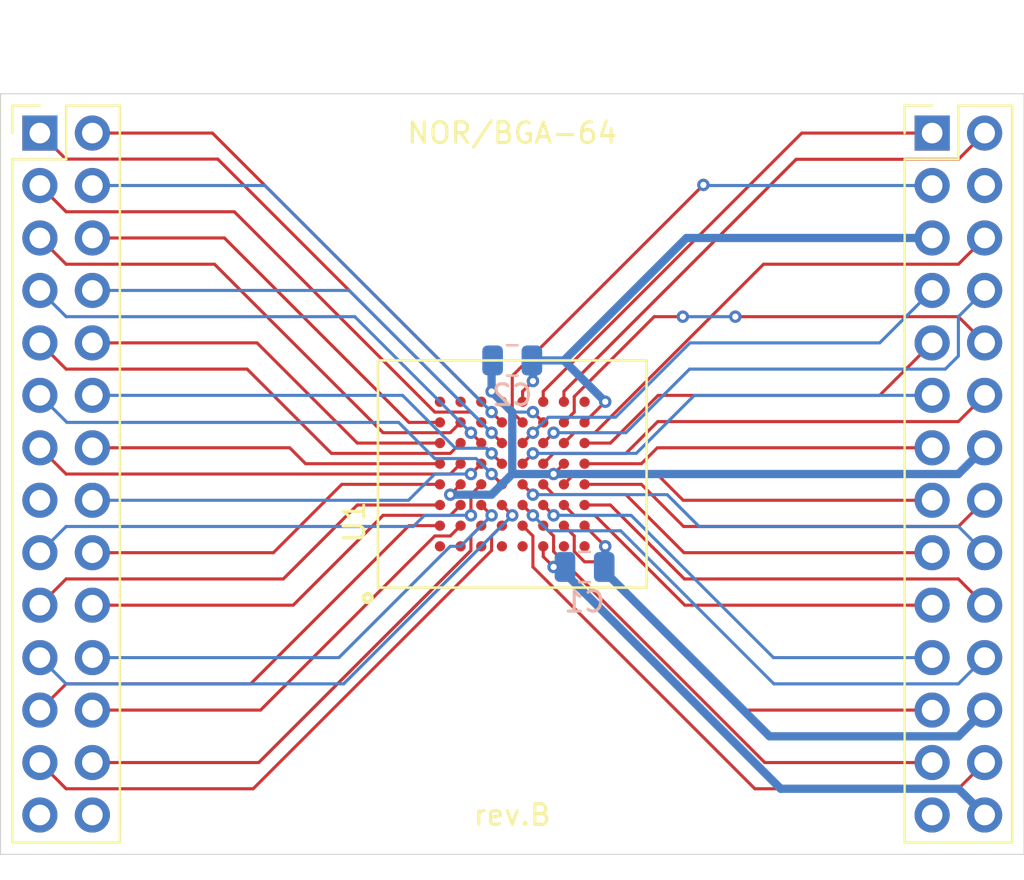
<source format=kicad_pcb>
(kicad_pcb (version 20171130) (host pcbnew "(5.1.8)-1")

  (general
    (thickness 1.6)
    (drawings 7)
    (tracks 268)
    (zones 0)
    (modules 5)
    (nets 50)
  )

  (page A4)
  (layers
    (0 F.Cu signal)
    (31 B.Cu signal)
    (32 B.Adhes user)
    (33 F.Adhes user)
    (34 B.Paste user)
    (35 F.Paste user)
    (36 B.SilkS user)
    (37 F.SilkS user)
    (38 B.Mask user)
    (39 F.Mask user)
    (40 Dwgs.User user)
    (41 Cmts.User user)
    (42 Eco1.User user)
    (43 Eco2.User user)
    (44 Edge.Cuts user)
    (45 Margin user)
    (46 B.CrtYd user)
    (47 F.CrtYd user)
    (48 B.Fab user)
    (49 F.Fab user)
  )

  (setup
    (last_trace_width 0.15)
    (user_trace_width 0.15)
    (user_trace_width 0.2)
    (user_trace_width 0.25)
    (user_trace_width 0.4)
    (trace_clearance 0.15)
    (zone_clearance 0.508)
    (zone_45_only no)
    (trace_min 0.127)
    (via_size 0.6)
    (via_drill 0.3)
    (via_min_size 0.4)
    (via_min_drill 0.3)
    (uvia_size 0.3)
    (uvia_drill 0.1)
    (uvias_allowed no)
    (uvia_min_size 0.2)
    (uvia_min_drill 0.1)
    (edge_width 0.05)
    (segment_width 0.2)
    (pcb_text_width 0.3)
    (pcb_text_size 1.5 1.5)
    (mod_edge_width 0.12)
    (mod_text_size 1 1)
    (mod_text_width 0.15)
    (pad_size 1.524 1.524)
    (pad_drill 0.762)
    (pad_to_mask_clearance 0)
    (aux_axis_origin 0 0)
    (grid_origin 139.7 80.01)
    (visible_elements 7FFFFFFF)
    (pcbplotparams
      (layerselection 0x010fc_ffffffff)
      (usegerberextensions false)
      (usegerberattributes true)
      (usegerberadvancedattributes true)
      (creategerberjobfile true)
      (excludeedgelayer true)
      (linewidth 0.100000)
      (plotframeref false)
      (viasonmask false)
      (mode 1)
      (useauxorigin false)
      (hpglpennumber 1)
      (hpglpenspeed 20)
      (hpglpendiameter 15.000000)
      (psnegative false)
      (psa4output false)
      (plotreference true)
      (plotvalue true)
      (plotinvisibletext false)
      (padsonsilk false)
      (subtractmaskfromsilk false)
      (outputformat 1)
      (mirror false)
      (drillshape 0)
      (scaleselection 1)
      (outputdirectory "Gerbers"))
  )

  (net 0 "")
  (net 1 GND)
  (net 2 +3V3)
  (net 3 A1)
  (net 4 A2)
  (net 5 A3)
  (net 6 A4)
  (net 7 A5)
  (net 8 A6)
  (net 9 A7)
  (net 10 A17)
  (net 11 A18)
  (net 12 R~B)
  (net 13 A21)
  (net 14 ~RST)
  (net 15 ~WE)
  (net 16 A20)
  (net 17 A19)
  (net 18 A8)
  (net 19 A9)
  (net 20 A10)
  (net 21 A11)
  (net 22 A12)
  (net 23 A13)
  (net 24 A14)
  (net 25 A15)
  (net 26 A22)
  (net 27 A23)
  (net 28 ~CE)
  (net 29 A0)
  (net 30 ~OE)
  (net 31 DQ8)
  (net 32 DQ9)
  (net 33 DQ1)
  (net 34 DQ10)
  (net 35 DQ2)
  (net 36 DQ11)
  (net 37 DQ3)
  (net 38 DQ4)
  (net 39 DQ5)
  (net 40 DQ12)
  (net 41 DQ6)
  (net 42 DQ13)
  (net 43 DQ7)
  (net 44 DQ14)
  (net 45 DQ15)
  (net 46 A16)
  (net 47 A24)
  (net 48 A25)
  (net 49 DQ0)

  (net_class Default "This is the default net class."
    (clearance 0.15)
    (trace_width 0.15)
    (via_dia 0.6)
    (via_drill 0.3)
    (uvia_dia 0.3)
    (uvia_drill 0.1)
    (add_net +3V3)
    (add_net A0)
    (add_net A1)
    (add_net A10)
    (add_net A11)
    (add_net A12)
    (add_net A13)
    (add_net A14)
    (add_net A15)
    (add_net A16)
    (add_net A17)
    (add_net A18)
    (add_net A19)
    (add_net A2)
    (add_net A20)
    (add_net A21)
    (add_net A22)
    (add_net A23)
    (add_net A24)
    (add_net A25)
    (add_net A3)
    (add_net A4)
    (add_net A5)
    (add_net A6)
    (add_net A7)
    (add_net A8)
    (add_net A9)
    (add_net DQ0)
    (add_net DQ1)
    (add_net DQ10)
    (add_net DQ11)
    (add_net DQ12)
    (add_net DQ13)
    (add_net DQ14)
    (add_net DQ15)
    (add_net DQ2)
    (add_net DQ3)
    (add_net DQ4)
    (add_net DQ5)
    (add_net DQ6)
    (add_net DQ7)
    (add_net DQ8)
    (add_net DQ9)
    (add_net GND)
    (add_net "Net-(J1-Pad15)")
    (add_net "Net-(J1-Pad27)")
    (add_net "Net-(J1-Pad28)")
    (add_net "Net-(J2-Pad27)")
    (add_net "Net-(J2-Pad4)")
    (add_net R~B)
    (add_net ~CE)
    (add_net ~OE)
    (add_net ~RST)
    (add_net ~WE)
  )

  (module Memory:BGA64C100P8X8_1300X1100X130N (layer F.Cu) (tedit 6027CF0E) (tstamp 611420A9)
    (at 139.7 80.01 90)
    (path /611430BB)
    (fp_text reference U1 (at -2.327295 -7.642525 90) (layer F.SilkS)
      (effects (font (size 1 1) (thickness 0.15)))
    )
    (fp_text value Generic_NOR_BGA64 (at 0 8.5 90) (layer F.Fab)
      (effects (font (size 1 1) (thickness 0.15)))
    )
    (fp_line (start -6.55 7.55) (end -6.55 -7.55) (layer F.CrtYd) (width 0.05))
    (fp_line (start 6.55 7.55) (end -6.55 7.55) (layer F.CrtYd) (width 0.05))
    (fp_line (start 6.55 -7.55) (end 6.55 7.55) (layer F.CrtYd) (width 0.05))
    (fp_line (start -6.55 -7.55) (end 6.55 -7.55) (layer F.CrtYd) (width 0.05))
    (fp_circle (center -6 -7) (end -5.8 -7) (layer F.SilkS) (width 0.2))
    (fp_line (start -5.5 6.5) (end -5.5 -6.5) (layer F.SilkS) (width 0.127))
    (fp_line (start 5.5 6.5) (end -5.5 6.5) (layer F.SilkS) (width 0.127))
    (fp_line (start 5.5 -6.5) (end 5.5 6.5) (layer F.SilkS) (width 0.127))
    (fp_line (start -5.5 -6.5) (end 5.5 -6.5) (layer F.SilkS) (width 0.127))
    (fp_line (start -5.5 6.5) (end -5.5 -6.5) (layer F.Fab) (width 0.127))
    (fp_line (start 5.5 6.5) (end -5.5 6.5) (layer F.Fab) (width 0.127))
    (fp_line (start 5.5 -6.5) (end 5.5 6.5) (layer F.Fab) (width 0.127))
    (fp_line (start -5.5 -6.5) (end 5.5 -6.5) (layer F.Fab) (width 0.127))
    (pad H8 smd circle (at 3.5 3.5 90) (size 0.5 0.5) (layers F.Cu F.Paste F.Mask))
    (pad H7 smd circle (at 2.5 3.5 90) (size 0.5 0.5) (layers F.Cu F.Paste F.Mask)
      (net 1 GND))
    (pad H6 smd circle (at 1.5 3.5 90) (size 0.5 0.5) (layers F.Cu F.Paste F.Mask)
      (net 41 DQ6))
    (pad H5 smd circle (at 0.5 3.5 90) (size 0.5 0.5) (layers F.Cu F.Paste F.Mask)
      (net 38 DQ4))
    (pad H4 smd circle (at -0.5 3.5 90) (size 0.5 0.5) (layers F.Cu F.Paste F.Mask)
      (net 37 DQ3))
    (pad H3 smd circle (at -1.5 3.5 90) (size 0.5 0.5) (layers F.Cu F.Paste F.Mask)
      (net 33 DQ1))
    (pad H2 smd circle (at -2.5 3.5 90) (size 0.5 0.5) (layers F.Cu F.Paste F.Mask)
      (net 1 GND))
    (pad G8 smd circle (at 3.5 2.5 90) (size 0.5 0.5) (layers F.Cu F.Paste F.Mask)
      (net 48 A25))
    (pad G7 smd circle (at 1.5 2.5 90) (size 0.5 0.5) (layers F.Cu F.Paste F.Mask)
      (net 45 DQ15))
    (pad G6 smd circle (at 2.5 2.5 90) (size 0.5 0.5) (layers F.Cu F.Paste F.Mask)
      (net 42 DQ13))
    (pad G5 smd circle (at 0.5 2.5 90) (size 0.5 0.5) (layers F.Cu F.Paste F.Mask)
      (net 2 +3V3))
    (pad G4 smd circle (at -0.5 2.5 90) (size 0.5 0.5) (layers F.Cu F.Paste F.Mask)
      (net 36 DQ11))
    (pad G3 smd circle (at -1.5 2.5 90) (size 0.5 0.5) (layers F.Cu F.Paste F.Mask)
      (net 32 DQ9))
    (pad G2 smd circle (at -2.5 2.5 90) (size 0.5 0.5) (layers F.Cu F.Paste F.Mask)
      (net 30 ~OE))
    (pad F8 smd circle (at 3.5 1.5 90) (size 0.5 0.5) (layers F.Cu F.Paste F.Mask)
      (net 47 A24))
    (pad F7 smd circle (at 2.5 1.5 90) (size 0.5 0.5) (layers F.Cu F.Paste F.Mask)
      (net 2 +3V3))
    (pad F6 smd circle (at 1.5 1.5 90) (size 0.5 0.5) (layers F.Cu F.Paste F.Mask)
      (net 44 DQ14))
    (pad F5 smd circle (at 0.5 1.5 90) (size 0.5 0.5) (layers F.Cu F.Paste F.Mask)
      (net 40 DQ12))
    (pad F4 smd circle (at -0.5 1.5 90) (size 0.5 0.5) (layers F.Cu F.Paste F.Mask)
      (net 34 DQ10))
    (pad F3 smd circle (at -1.5 1.5 90) (size 0.5 0.5) (layers F.Cu F.Paste F.Mask)
      (net 31 DQ8))
    (pad F2 smd circle (at -2.5 1.5 90) (size 0.5 0.5) (layers F.Cu F.Paste F.Mask)
      (net 28 ~CE))
    (pad E8 smd circle (at 3.5 0.5 90) (size 0.5 0.5) (layers F.Cu F.Paste F.Mask)
      (net 1 GND))
    (pad E7 smd circle (at 2.5 0.5 90) (size 0.5 0.5) (layers F.Cu F.Paste F.Mask)
      (net 46 A16))
    (pad E6 smd circle (at 1.5 0.5 90) (size 0.5 0.5) (layers F.Cu F.Paste F.Mask)
      (net 43 DQ7))
    (pad E5 smd circle (at 0.5 0.5 90) (size 0.5 0.5) (layers F.Cu F.Paste F.Mask)
      (net 39 DQ5))
    (pad E4 smd circle (at -0.5 0.5 90) (size 0.5 0.5) (layers F.Cu F.Paste F.Mask)
      (net 35 DQ2))
    (pad E3 smd circle (at -1.5 0.5 90) (size 0.5 0.5) (layers F.Cu F.Paste F.Mask)
      (net 49 DQ0))
    (pad E2 smd circle (at -2.5 0.5 90) (size 0.5 0.5) (layers F.Cu F.Paste F.Mask)
      (net 29 A0))
    (pad D8 smd circle (at 3.5 -0.5 90) (size 0.5 0.5) (layers F.Cu F.Paste F.Mask)
      (net 2 +3V3))
    (pad D7 smd circle (at 2.5 -0.5 90) (size 0.5 0.5) (layers F.Cu F.Paste F.Mask)
      (net 25 A15))
    (pad D6 smd circle (at 1.5 -0.5 90) (size 0.5 0.5) (layers F.Cu F.Paste F.Mask)
      (net 21 A11))
    (pad D5 smd circle (at 0.5 -0.5 90) (size 0.5 0.5) (layers F.Cu F.Paste F.Mask)
      (net 17 A19))
    (pad D4 smd circle (at -0.5 -0.5 90) (size 0.5 0.5) (layers F.Cu F.Paste F.Mask)
      (net 16 A20))
    (pad D3 smd circle (at -1.5 -0.5 90) (size 0.5 0.5) (layers F.Cu F.Paste F.Mask)
      (net 7 A5))
    (pad D2 smd circle (at -2.5 -0.5 90) (size 0.5 0.5) (layers F.Cu F.Paste F.Mask)
      (net 3 A1))
    (pad C8 smd circle (at 3.5 -1.5 90) (size 0.5 0.5) (layers F.Cu F.Paste F.Mask)
      (net 27 A23))
    (pad C7 smd circle (at 2.5 -1.5 90) (size 0.5 0.5) (layers F.Cu F.Paste F.Mask)
      (net 24 A14))
    (pad C6 smd circle (at 1.5 -1.5 90) (size 0.5 0.5) (layers F.Cu F.Paste F.Mask)
      (net 20 A10))
    (pad C5 smd circle (at 0.5 -1.5 90) (size 0.5 0.5) (layers F.Cu F.Paste F.Mask)
      (net 13 A21))
    (pad C4 smd circle (at -0.5 -1.5 90) (size 0.5 0.5) (layers F.Cu F.Paste F.Mask)
      (net 11 A18))
    (pad C3 smd circle (at -1.5 -1.5 90) (size 0.5 0.5) (layers F.Cu F.Paste F.Mask)
      (net 8 A6))
    (pad C2 smd circle (at -2.5 -1.5 90) (size 0.5 0.5) (layers F.Cu F.Paste F.Mask)
      (net 4 A2))
    (pad B8 smd circle (at 3.5 -2.5 90) (size 0.5 0.5) (layers F.Cu F.Paste F.Mask)
      (net 26 A22))
    (pad B7 smd circle (at 2.5 -2.5 90) (size 0.5 0.5) (layers F.Cu F.Paste F.Mask)
      (net 22 A12))
    (pad B6 smd circle (at 1.5 -2.5 90) (size 0.5 0.5) (layers F.Cu F.Paste F.Mask)
      (net 18 A8))
    (pad B5 smd circle (at 0.5 -2.5 90) (size 0.5 0.5) (layers F.Cu F.Paste F.Mask)
      (net 14 ~RST))
    (pad B4 smd circle (at -0.5 -2.5 90) (size 0.5 0.5) (layers F.Cu F.Paste F.Mask)
      (net 2 +3V3))
    (pad B3 smd circle (at -1.5 -2.5 90) (size 0.5 0.5) (layers F.Cu F.Paste F.Mask)
      (net 10 A17))
    (pad B2 smd circle (at -2.5 -2.5 90) (size 0.5 0.5) (layers F.Cu F.Paste F.Mask)
      (net 6 A4))
    (pad H1 smd circle (at -3.5 3.5 90) (size 0.5 0.5) (layers F.Cu F.Paste F.Mask))
    (pad G1 smd circle (at -3.5 2.5 90) (size 0.5 0.5) (layers F.Cu F.Paste F.Mask))
    (pad F1 smd circle (at -3.5 1.5 90) (size 0.5 0.5) (layers F.Cu F.Paste F.Mask)
      (net 2 +3V3))
    (pad E1 smd circle (at -3.5 0.5 90) (size 0.5 0.5) (layers F.Cu F.Paste F.Mask))
    (pad D1 smd circle (at -3.5 -0.5 90) (size 0.5 0.5) (layers F.Cu F.Paste F.Mask))
    (pad C1 smd circle (at -3.5 -1.5 90) (size 0.5 0.5) (layers F.Cu F.Paste F.Mask))
    (pad B1 smd circle (at -3.5 -2.5 90) (size 0.5 0.5) (layers F.Cu F.Paste F.Mask))
    (pad A8 smd circle (at 3.5 -3.5 90) (size 0.5 0.5) (layers F.Cu F.Paste F.Mask))
    (pad A7 smd circle (at 2.5 -3.5 90) (size 0.5 0.5) (layers F.Cu F.Paste F.Mask)
      (net 23 A13))
    (pad A6 smd circle (at 1.5 -3.5 90) (size 0.5 0.5) (layers F.Cu F.Paste F.Mask)
      (net 19 A9))
    (pad A5 smd circle (at 0.5 -3.5 90) (size 0.5 0.5) (layers F.Cu F.Paste F.Mask)
      (net 15 ~WE))
    (pad A4 smd circle (at -0.5 -3.5 90) (size 0.5 0.5) (layers F.Cu F.Paste F.Mask)
      (net 12 R~B))
    (pad A3 smd circle (at -1.5 -3.5 90) (size 0.5 0.5) (layers F.Cu F.Paste F.Mask)
      (net 9 A7))
    (pad A2 smd circle (at -2.5 -3.5 90) (size 0.5 0.5) (layers F.Cu F.Paste F.Mask)
      (net 5 A3))
    (pad A1 smd circle (at -3.5 -3.5 90) (size 0.5 0.5) (layers F.Cu F.Paste F.Mask))
  )

  (module Connector_PinHeader_2.54mm:PinHeader_2x14_P2.54mm_Vertical (layer F.Cu) (tedit 59FED5CC) (tstamp 60308D3D)
    (at 160.02 63.5)
    (descr "Through hole straight pin header, 2x14, 2.54mm pitch, double rows")
    (tags "Through hole pin header THT 2x14 2.54mm double row")
    (path /603FBD94)
    (fp_text reference J2 (at 1.27 -2.33) (layer F.SilkS) hide
      (effects (font (size 1 1) (thickness 0.15)))
    )
    (fp_text value Right (at 1.27 35.35) (layer F.Fab)
      (effects (font (size 1 1) (thickness 0.15)))
    )
    (fp_line (start 4.35 -1.8) (end -1.8 -1.8) (layer F.CrtYd) (width 0.05))
    (fp_line (start 4.35 34.8) (end 4.35 -1.8) (layer F.CrtYd) (width 0.05))
    (fp_line (start -1.8 34.8) (end 4.35 34.8) (layer F.CrtYd) (width 0.05))
    (fp_line (start -1.8 -1.8) (end -1.8 34.8) (layer F.CrtYd) (width 0.05))
    (fp_line (start -1.33 -1.33) (end 0 -1.33) (layer F.SilkS) (width 0.12))
    (fp_line (start -1.33 0) (end -1.33 -1.33) (layer F.SilkS) (width 0.12))
    (fp_line (start 1.27 -1.33) (end 3.87 -1.33) (layer F.SilkS) (width 0.12))
    (fp_line (start 1.27 1.27) (end 1.27 -1.33) (layer F.SilkS) (width 0.12))
    (fp_line (start -1.33 1.27) (end 1.27 1.27) (layer F.SilkS) (width 0.12))
    (fp_line (start 3.87 -1.33) (end 3.87 34.35) (layer F.SilkS) (width 0.12))
    (fp_line (start -1.33 1.27) (end -1.33 34.35) (layer F.SilkS) (width 0.12))
    (fp_line (start -1.33 34.35) (end 3.87 34.35) (layer F.SilkS) (width 0.12))
    (fp_line (start -1.27 0) (end 0 -1.27) (layer F.Fab) (width 0.1))
    (fp_line (start -1.27 34.29) (end -1.27 0) (layer F.Fab) (width 0.1))
    (fp_line (start 3.81 34.29) (end -1.27 34.29) (layer F.Fab) (width 0.1))
    (fp_line (start 3.81 -1.27) (end 3.81 34.29) (layer F.Fab) (width 0.1))
    (fp_line (start 0 -1.27) (end 3.81 -1.27) (layer F.Fab) (width 0.1))
    (fp_text user %R (at 1.27 16.51 90) (layer F.Fab)
      (effects (font (size 1 1) (thickness 0.15)))
    )
    (pad 28 thru_hole oval (at 2.54 33.02) (size 1.7 1.7) (drill 1) (layers *.Cu *.Mask)
      (net 2 +3V3))
    (pad 27 thru_hole oval (at 0 33.02) (size 1.7 1.7) (drill 1) (layers *.Cu *.Mask))
    (pad 26 thru_hole oval (at 2.54 30.48) (size 1.7 1.7) (drill 1) (layers *.Cu *.Mask)
      (net 29 A0))
    (pad 25 thru_hole oval (at 0 30.48) (size 1.7 1.7) (drill 1) (layers *.Cu *.Mask)
      (net 28 ~CE))
    (pad 24 thru_hole oval (at 2.54 27.94) (size 1.7 1.7) (drill 1) (layers *.Cu *.Mask)
      (net 1 GND))
    (pad 23 thru_hole oval (at 0 27.94) (size 1.7 1.7) (drill 1) (layers *.Cu *.Mask)
      (net 30 ~OE))
    (pad 22 thru_hole oval (at 2.54 25.4) (size 1.7 1.7) (drill 1) (layers *.Cu *.Mask)
      (net 49 DQ0))
    (pad 21 thru_hole oval (at 0 25.4) (size 1.7 1.7) (drill 1) (layers *.Cu *.Mask)
      (net 31 DQ8))
    (pad 20 thru_hole oval (at 2.54 22.86) (size 1.7 1.7) (drill 1) (layers *.Cu *.Mask)
      (net 33 DQ1))
    (pad 19 thru_hole oval (at 0 22.86) (size 1.7 1.7) (drill 1) (layers *.Cu *.Mask)
      (net 32 DQ9))
    (pad 18 thru_hole oval (at 2.54 20.32) (size 1.7 1.7) (drill 1) (layers *.Cu *.Mask)
      (net 35 DQ2))
    (pad 17 thru_hole oval (at 0 20.32) (size 1.7 1.7) (drill 1) (layers *.Cu *.Mask)
      (net 34 DQ10))
    (pad 16 thru_hole oval (at 2.54 17.78) (size 1.7 1.7) (drill 1) (layers *.Cu *.Mask)
      (net 37 DQ3))
    (pad 15 thru_hole oval (at 0 17.78) (size 1.7 1.7) (drill 1) (layers *.Cu *.Mask)
      (net 36 DQ11))
    (pad 14 thru_hole oval (at 2.54 15.24) (size 1.7 1.7) (drill 1) (layers *.Cu *.Mask)
      (net 2 +3V3))
    (pad 13 thru_hole oval (at 0 15.24) (size 1.7 1.7) (drill 1) (layers *.Cu *.Mask)
      (net 38 DQ4))
    (pad 12 thru_hole oval (at 2.54 12.7) (size 1.7 1.7) (drill 1) (layers *.Cu *.Mask)
      (net 40 DQ12))
    (pad 11 thru_hole oval (at 0 12.7) (size 1.7 1.7) (drill 1) (layers *.Cu *.Mask)
      (net 39 DQ5))
    (pad 10 thru_hole oval (at 2.54 10.16) (size 1.7 1.7) (drill 1) (layers *.Cu *.Mask)
      (net 42 DQ13))
    (pad 9 thru_hole oval (at 0 10.16) (size 1.7 1.7) (drill 1) (layers *.Cu *.Mask)
      (net 41 DQ6))
    (pad 8 thru_hole oval (at 2.54 7.62) (size 1.7 1.7) (drill 1) (layers *.Cu *.Mask)
      (net 44 DQ14))
    (pad 7 thru_hole oval (at 0 7.62) (size 1.7 1.7) (drill 1) (layers *.Cu *.Mask)
      (net 43 DQ7))
    (pad 6 thru_hole oval (at 2.54 5.08) (size 1.7 1.7) (drill 1) (layers *.Cu *.Mask)
      (net 45 DQ15))
    (pad 5 thru_hole oval (at 0 5.08) (size 1.7 1.7) (drill 1) (layers *.Cu *.Mask)
      (net 1 GND))
    (pad 4 thru_hole oval (at 2.54 2.54) (size 1.7 1.7) (drill 1) (layers *.Cu *.Mask))
    (pad 3 thru_hole oval (at 0 2.54) (size 1.7 1.7) (drill 1) (layers *.Cu *.Mask)
      (net 46 A16))
    (pad 2 thru_hole oval (at 2.54 0) (size 1.7 1.7) (drill 1) (layers *.Cu *.Mask)
      (net 48 A25))
    (pad 1 thru_hole rect (at 0 0) (size 1.7 1.7) (drill 1) (layers *.Cu *.Mask)
      (net 47 A24))
    (model ${KISYS3DMOD}/Connector_PinHeader_2.54mm.3dshapes/PinHeader_2x14_P2.54mm_Vertical.wrl
      (at (xyz 0 0 0))
      (scale (xyz 1 1 1))
      (rotate (xyz 0 0 0))
    )
  )

  (module Connector_PinHeader_2.54mm:PinHeader_2x14_P2.54mm_Vertical (layer F.Cu) (tedit 59FED5CC) (tstamp 60307E83)
    (at 116.84 63.5)
    (descr "Through hole straight pin header, 2x14, 2.54mm pitch, double rows")
    (tags "Through hole pin header THT 2x14 2.54mm double row")
    (path /603FAC19)
    (fp_text reference J1 (at 1.27 -2.33) (layer F.SilkS) hide
      (effects (font (size 1 1) (thickness 0.15)))
    )
    (fp_text value Left (at 1.27 35.35) (layer F.Fab)
      (effects (font (size 1 1) (thickness 0.15)))
    )
    (fp_line (start 4.35 -1.8) (end -1.8 -1.8) (layer F.CrtYd) (width 0.05))
    (fp_line (start 4.35 34.8) (end 4.35 -1.8) (layer F.CrtYd) (width 0.05))
    (fp_line (start -1.8 34.8) (end 4.35 34.8) (layer F.CrtYd) (width 0.05))
    (fp_line (start -1.8 -1.8) (end -1.8 34.8) (layer F.CrtYd) (width 0.05))
    (fp_line (start -1.33 -1.33) (end 0 -1.33) (layer F.SilkS) (width 0.12))
    (fp_line (start -1.33 0) (end -1.33 -1.33) (layer F.SilkS) (width 0.12))
    (fp_line (start 1.27 -1.33) (end 3.87 -1.33) (layer F.SilkS) (width 0.12))
    (fp_line (start 1.27 1.27) (end 1.27 -1.33) (layer F.SilkS) (width 0.12))
    (fp_line (start -1.33 1.27) (end 1.27 1.27) (layer F.SilkS) (width 0.12))
    (fp_line (start 3.87 -1.33) (end 3.87 34.35) (layer F.SilkS) (width 0.12))
    (fp_line (start -1.33 1.27) (end -1.33 34.35) (layer F.SilkS) (width 0.12))
    (fp_line (start -1.33 34.35) (end 3.87 34.35) (layer F.SilkS) (width 0.12))
    (fp_line (start -1.27 0) (end 0 -1.27) (layer F.Fab) (width 0.1))
    (fp_line (start -1.27 34.29) (end -1.27 0) (layer F.Fab) (width 0.1))
    (fp_line (start 3.81 34.29) (end -1.27 34.29) (layer F.Fab) (width 0.1))
    (fp_line (start 3.81 -1.27) (end 3.81 34.29) (layer F.Fab) (width 0.1))
    (fp_line (start 0 -1.27) (end 3.81 -1.27) (layer F.Fab) (width 0.1))
    (fp_text user %R (at 1.27 16.51 90) (layer F.Fab)
      (effects (font (size 1 1) (thickness 0.15)))
    )
    (pad 28 thru_hole oval (at 2.54 33.02) (size 1.7 1.7) (drill 1) (layers *.Cu *.Mask))
    (pad 27 thru_hole oval (at 0 33.02) (size 1.7 1.7) (drill 1) (layers *.Cu *.Mask))
    (pad 26 thru_hole oval (at 2.54 30.48) (size 1.7 1.7) (drill 1) (layers *.Cu *.Mask)
      (net 4 A2))
    (pad 25 thru_hole oval (at 0 30.48) (size 1.7 1.7) (drill 1) (layers *.Cu *.Mask)
      (net 3 A1))
    (pad 24 thru_hole oval (at 2.54 27.94) (size 1.7 1.7) (drill 1) (layers *.Cu *.Mask)
      (net 6 A4))
    (pad 23 thru_hole oval (at 0 27.94) (size 1.7 1.7) (drill 1) (layers *.Cu *.Mask)
      (net 5 A3))
    (pad 22 thru_hole oval (at 2.54 25.4) (size 1.7 1.7) (drill 1) (layers *.Cu *.Mask)
      (net 8 A6))
    (pad 21 thru_hole oval (at 0 25.4) (size 1.7 1.7) (drill 1) (layers *.Cu *.Mask)
      (net 7 A5))
    (pad 20 thru_hole oval (at 2.54 22.86) (size 1.7 1.7) (drill 1) (layers *.Cu *.Mask)
      (net 10 A17))
    (pad 19 thru_hole oval (at 0 22.86) (size 1.7 1.7) (drill 1) (layers *.Cu *.Mask)
      (net 9 A7))
    (pad 18 thru_hole oval (at 2.54 20.32) (size 1.7 1.7) (drill 1) (layers *.Cu *.Mask)
      (net 12 R~B))
    (pad 17 thru_hole oval (at 0 20.32) (size 1.7 1.7) (drill 1) (layers *.Cu *.Mask)
      (net 11 A18))
    (pad 16 thru_hole oval (at 2.54 17.78) (size 1.7 1.7) (drill 1) (layers *.Cu *.Mask)
      (net 13 A21))
    (pad 15 thru_hole oval (at 0 17.78) (size 1.7 1.7) (drill 1) (layers *.Cu *.Mask))
    (pad 14 thru_hole oval (at 2.54 15.24) (size 1.7 1.7) (drill 1) (layers *.Cu *.Mask)
      (net 15 ~WE))
    (pad 13 thru_hole oval (at 0 15.24) (size 1.7 1.7) (drill 1) (layers *.Cu *.Mask)
      (net 14 ~RST))
    (pad 12 thru_hole oval (at 2.54 12.7) (size 1.7 1.7) (drill 1) (layers *.Cu *.Mask)
      (net 17 A19))
    (pad 11 thru_hole oval (at 0 12.7) (size 1.7 1.7) (drill 1) (layers *.Cu *.Mask)
      (net 16 A20))
    (pad 10 thru_hole oval (at 2.54 10.16) (size 1.7 1.7) (drill 1) (layers *.Cu *.Mask)
      (net 19 A9))
    (pad 9 thru_hole oval (at 0 10.16) (size 1.7 1.7) (drill 1) (layers *.Cu *.Mask)
      (net 18 A8))
    (pad 8 thru_hole oval (at 2.54 7.62) (size 1.7 1.7) (drill 1) (layers *.Cu *.Mask)
      (net 21 A11))
    (pad 7 thru_hole oval (at 0 7.62) (size 1.7 1.7) (drill 1) (layers *.Cu *.Mask)
      (net 20 A10))
    (pad 6 thru_hole oval (at 2.54 5.08) (size 1.7 1.7) (drill 1) (layers *.Cu *.Mask)
      (net 23 A13))
    (pad 5 thru_hole oval (at 0 5.08) (size 1.7 1.7) (drill 1) (layers *.Cu *.Mask)
      (net 22 A12))
    (pad 4 thru_hole oval (at 2.54 2.54) (size 1.7 1.7) (drill 1) (layers *.Cu *.Mask)
      (net 25 A15))
    (pad 3 thru_hole oval (at 0 2.54) (size 1.7 1.7) (drill 1) (layers *.Cu *.Mask)
      (net 24 A14))
    (pad 2 thru_hole oval (at 2.54 0) (size 1.7 1.7) (drill 1) (layers *.Cu *.Mask)
      (net 27 A23))
    (pad 1 thru_hole rect (at 0 0) (size 1.7 1.7) (drill 1) (layers *.Cu *.Mask)
      (net 26 A22))
    (model ${KISYS3DMOD}/Connector_PinHeader_2.54mm.3dshapes/PinHeader_2x14_P2.54mm_Vertical.wrl
      (at (xyz 0 0 0))
      (scale (xyz 1 1 1))
      (rotate (xyz 0 0 0))
    )
  )

  (module Capacitor_SMD:C_0805_2012Metric (layer B.Cu) (tedit 5F68FEEE) (tstamp 6030C0CF)
    (at 139.7 74.51)
    (descr "Capacitor SMD 0805 (2012 Metric), square (rectangular) end terminal, IPC_7351 nominal, (Body size source: IPC-SM-782 page 76, https://www.pcb-3d.com/wordpress/wp-content/uploads/ipc-sm-782a_amendment_1_and_2.pdf, https://docs.google.com/spreadsheets/d/1BsfQQcO9C6DZCsRaXUlFlo91Tg2WpOkGARC1WS5S8t0/edit?usp=sharing), generated with kicad-footprint-generator")
    (tags capacitor)
    (path /603FEBD7)
    (attr smd)
    (fp_text reference C2 (at 0 1.68) (layer B.SilkS)
      (effects (font (size 1 1) (thickness 0.15)) (justify mirror))
    )
    (fp_text value 100n (at 0 -1.68) (layer B.Fab)
      (effects (font (size 1 1) (thickness 0.15)) (justify mirror))
    )
    (fp_line (start 1.7 -0.98) (end -1.7 -0.98) (layer B.CrtYd) (width 0.05))
    (fp_line (start 1.7 0.98) (end 1.7 -0.98) (layer B.CrtYd) (width 0.05))
    (fp_line (start -1.7 0.98) (end 1.7 0.98) (layer B.CrtYd) (width 0.05))
    (fp_line (start -1.7 -0.98) (end -1.7 0.98) (layer B.CrtYd) (width 0.05))
    (fp_line (start -0.261252 -0.735) (end 0.261252 -0.735) (layer B.SilkS) (width 0.12))
    (fp_line (start -0.261252 0.735) (end 0.261252 0.735) (layer B.SilkS) (width 0.12))
    (fp_line (start 1 -0.625) (end -1 -0.625) (layer B.Fab) (width 0.1))
    (fp_line (start 1 0.625) (end 1 -0.625) (layer B.Fab) (width 0.1))
    (fp_line (start -1 0.625) (end 1 0.625) (layer B.Fab) (width 0.1))
    (fp_line (start -1 -0.625) (end -1 0.625) (layer B.Fab) (width 0.1))
    (fp_text user %R (at 0 0) (layer B.Fab)
      (effects (font (size 0.5 0.5) (thickness 0.08)) (justify mirror))
    )
    (pad 2 smd roundrect (at 0.95 0) (size 1 1.45) (layers B.Cu B.Paste B.Mask) (roundrect_rratio 0.25)
      (net 1 GND))
    (pad 1 smd roundrect (at -0.95 0) (size 1 1.45) (layers B.Cu B.Paste B.Mask) (roundrect_rratio 0.25)
      (net 2 +3V3))
    (model ${KISYS3DMOD}/Capacitor_SMD.3dshapes/C_0805_2012Metric.wrl
      (at (xyz 0 0 0))
      (scale (xyz 1 1 1))
      (rotate (xyz 0 0 0))
    )
  )

  (module Capacitor_SMD:C_0805_2012Metric (layer B.Cu) (tedit 5F68FEEE) (tstamp 6030CE7A)
    (at 143.2 84.51)
    (descr "Capacitor SMD 0805 (2012 Metric), square (rectangular) end terminal, IPC_7351 nominal, (Body size source: IPC-SM-782 page 76, https://www.pcb-3d.com/wordpress/wp-content/uploads/ipc-sm-782a_amendment_1_and_2.pdf, https://docs.google.com/spreadsheets/d/1BsfQQcO9C6DZCsRaXUlFlo91Tg2WpOkGARC1WS5S8t0/edit?usp=sharing), generated with kicad-footprint-generator")
    (tags capacitor)
    (path /603FE8B2)
    (attr smd)
    (fp_text reference C1 (at 0 1.68) (layer B.SilkS)
      (effects (font (size 1 1) (thickness 0.15)) (justify mirror))
    )
    (fp_text value 100n (at 0 -1.68) (layer B.Fab)
      (effects (font (size 1 1) (thickness 0.15)) (justify mirror))
    )
    (fp_line (start 1.7 -0.98) (end -1.7 -0.98) (layer B.CrtYd) (width 0.05))
    (fp_line (start 1.7 0.98) (end 1.7 -0.98) (layer B.CrtYd) (width 0.05))
    (fp_line (start -1.7 0.98) (end 1.7 0.98) (layer B.CrtYd) (width 0.05))
    (fp_line (start -1.7 -0.98) (end -1.7 0.98) (layer B.CrtYd) (width 0.05))
    (fp_line (start -0.261252 -0.735) (end 0.261252 -0.735) (layer B.SilkS) (width 0.12))
    (fp_line (start -0.261252 0.735) (end 0.261252 0.735) (layer B.SilkS) (width 0.12))
    (fp_line (start 1 -0.625) (end -1 -0.625) (layer B.Fab) (width 0.1))
    (fp_line (start 1 0.625) (end 1 -0.625) (layer B.Fab) (width 0.1))
    (fp_line (start -1 0.625) (end 1 0.625) (layer B.Fab) (width 0.1))
    (fp_line (start -1 -0.625) (end -1 0.625) (layer B.Fab) (width 0.1))
    (fp_text user %R (at 0 0) (layer B.Fab)
      (effects (font (size 0.5 0.5) (thickness 0.08)) (justify mirror))
    )
    (pad 2 smd roundrect (at 0.95 0) (size 1 1.45) (layers B.Cu B.Paste B.Mask) (roundrect_rratio 0.25)
      (net 1 GND))
    (pad 1 smd roundrect (at -0.95 0) (size 1 1.45) (layers B.Cu B.Paste B.Mask) (roundrect_rratio 0.25)
      (net 2 +3V3))
    (model ${KISYS3DMOD}/Capacitor_SMD.3dshapes/C_0805_2012Metric.wrl
      (at (xyz 0 0 0))
      (scale (xyz 1 1 1))
      (rotate (xyz 0 0 0))
    )
  )

  (gr_text rev.B (at 139.7 96.52) (layer F.SilkS)
    (effects (font (size 1 1) (thickness 0.15)))
  )
  (gr_text NOR/BGA-64 (at 139.7 63.5) (layer F.SilkS)
    (effects (font (size 1 1) (thickness 0.15)))
  )
  (dimension 45.72 (width 0.15) (layer Dwgs.User)
    (gr_text "1.8000 in" (at 139.7 57.755) (layer Dwgs.User)
      (effects (font (size 1 1) (thickness 0.15)))
    )
    (feature1 (pts (xy 162.56 63.5) (xy 162.56 58.468579)))
    (feature2 (pts (xy 116.84 63.5) (xy 116.84 58.468579)))
    (crossbar (pts (xy 116.84 59.055) (xy 162.56 59.055)))
    (arrow1a (pts (xy 162.56 59.055) (xy 161.433496 59.641421)))
    (arrow1b (pts (xy 162.56 59.055) (xy 161.433496 58.468579)))
    (arrow2a (pts (xy 116.84 59.055) (xy 117.966504 59.641421)))
    (arrow2b (pts (xy 116.84 59.055) (xy 117.966504 58.468579)))
  )
  (gr_line (start 164.465 61.595) (end 114.935 61.595) (layer Edge.Cuts) (width 0.05) (tstamp 60309BC5))
  (gr_line (start 164.465 98.425) (end 164.465 61.595) (layer Edge.Cuts) (width 0.05))
  (gr_line (start 114.935 98.425) (end 164.465 98.425) (layer Edge.Cuts) (width 0.05))
  (gr_line (start 114.935 61.595) (end 114.935 98.425) (layer Edge.Cuts) (width 0.05))

  (via (at 140.7 75.51) (size 0.6) (drill 0.3) (layers F.Cu B.Cu) (net 1))
  (segment (start 140.2 76.01) (end 140.7 75.51) (width 0.15) (layer F.Cu) (net 1))
  (segment (start 140.2 76.51) (end 140.2 76.01) (width 0.15) (layer F.Cu) (net 1))
  (via (at 144.200014 76.51) (size 0.6) (drill 0.3) (layers F.Cu B.Cu) (net 1))
  (segment (start 143.2 77.51) (end 144.2 76.51) (width 0.15) (layer F.Cu) (net 1))
  (segment (start 144.2 76.51) (end 144.200014 76.51) (width 0.15) (layer F.Cu) (net 1))
  (segment (start 140.7 74.56) (end 140.65 74.51) (width 0.4) (layer B.Cu) (net 1))
  (segment (start 140.7 75.51) (end 140.7 74.56) (width 0.4) (layer B.Cu) (net 1))
  (segment (start 142.200014 74.51) (end 144.200014 76.51) (width 0.4) (layer B.Cu) (net 1))
  (segment (start 140.65 74.51) (end 142.200014 74.51) (width 0.4) (layer B.Cu) (net 1))
  (segment (start 148.130014 68.58) (end 142.200014 74.51) (width 0.4) (layer B.Cu) (net 1))
  (segment (start 160.02 68.58) (end 148.130014 68.58) (width 0.4) (layer B.Cu) (net 1))
  (via (at 144.2 83.51) (size 0.6) (drill 0.3) (layers F.Cu B.Cu) (net 1))
  (segment (start 143.2 82.51) (end 144.2 83.51) (width 0.15) (layer F.Cu) (net 1))
  (segment (start 144.2 84.76) (end 144.2 83.51) (width 0.4) (layer B.Cu) (net 1))
  (segment (start 152.15 92.71) (end 144.2 84.76) (width 0.4) (layer B.Cu) (net 1))
  (segment (start 161.29 92.71) (end 152.15 92.71) (width 0.4) (layer B.Cu) (net 1))
  (segment (start 162.56 91.44) (end 161.29 92.71) (width 0.4) (layer B.Cu) (net 1))
  (via (at 141.7 80.01) (size 0.6) (drill 0.3) (layers F.Cu B.Cu) (net 2))
  (segment (start 142.2 79.51) (end 141.7 80.01) (width 0.15) (layer F.Cu) (net 2))
  (segment (start 141.7 80.01) (end 139.7 80.01) (width 0.4) (layer B.Cu) (net 2))
  (segment (start 139.7 80.01) (end 139.7 77.01) (width 0.4) (layer B.Cu) (net 2))
  (via (at 136.7 81.01) (size 0.6) (drill 0.3) (layers F.Cu B.Cu) (net 2))
  (segment (start 137.2 80.51) (end 136.7 81.01) (width 0.15) (layer F.Cu) (net 2))
  (via (at 138.7 76.010004) (size 0.6) (drill 0.3) (layers F.Cu B.Cu) (net 2))
  (segment (start 139.2 76.51) (end 138.700004 76.010004) (width 0.15) (layer F.Cu) (net 2))
  (segment (start 138.700004 76.010004) (end 138.7 76.010004) (width 0.15) (layer F.Cu) (net 2))
  (segment (start 139.7 77.01) (end 138.700004 76.010004) (width 0.4) (layer B.Cu) (net 2))
  (segment (start 138.700004 76.010004) (end 138.7 76.010004) (width 0.25) (layer B.Cu) (net 2))
  (segment (start 138.7 74.56) (end 138.7 76.010004) (width 0.4) (layer B.Cu) (net 2))
  (segment (start 138.75 74.51) (end 138.7 74.56) (width 0.25) (layer B.Cu) (net 2))
  (segment (start 139.7 77.01) (end 140.7 77.01) (width 0.15) (layer B.Cu) (net 2))
  (segment (start 141.2 77.51) (end 140.7 77.01) (width 0.15) (layer F.Cu) (net 2))
  (via (at 140.7 77.01) (size 0.6) (drill 0.3) (layers F.Cu B.Cu) (net 2))
  (segment (start 161.29 80.01) (end 162.56 78.74) (width 0.4) (layer B.Cu) (net 2))
  (segment (start 141.7 80.01) (end 161.29 80.01) (width 0.4) (layer B.Cu) (net 2))
  (segment (start 138.7 81.01) (end 139.7 80.01) (width 0.4) (layer B.Cu) (net 2))
  (segment (start 136.7 81.01) (end 138.7 81.01) (width 0.4) (layer B.Cu) (net 2))
  (via (at 141.7 84.51) (size 0.6) (drill 0.3) (layers F.Cu B.Cu) (net 2))
  (segment (start 141.2 83.51) (end 141.2 84.01) (width 0.15) (layer F.Cu) (net 2))
  (segment (start 141.2 84.01) (end 141.7 84.51) (width 0.15) (layer F.Cu) (net 2))
  (segment (start 152.69 95.25) (end 141.95 84.51) (width 0.4) (layer B.Cu) (net 2))
  (segment (start 161.29 95.25) (end 152.69 95.25) (width 0.4) (layer B.Cu) (net 2))
  (segment (start 141.95 84.51) (end 141.7 84.51) (width 0.4) (layer B.Cu) (net 2))
  (segment (start 162.56 96.52) (end 161.29 95.25) (width 0.4) (layer B.Cu) (net 2))
  (segment (start 118.11 95.25) (end 116.84 93.98) (width 0.15) (layer F.Cu) (net 3))
  (segment (start 127.163002 95.25) (end 118.11 95.25) (width 0.15) (layer F.Cu) (net 3))
  (segment (start 138.7 83.713002) (end 127.163002 95.25) (width 0.15) (layer F.Cu) (net 3))
  (segment (start 138.7 83.01) (end 138.7 83.713002) (width 0.15) (layer F.Cu) (net 3))
  (segment (start 139.2 82.51) (end 138.7 83.01) (width 0.15) (layer F.Cu) (net 3))
  (segment (start 127.433002 93.98) (end 119.38 93.98) (width 0.15) (layer F.Cu) (net 4))
  (segment (start 137.7 83.713002) (end 127.433002 93.98) (width 0.15) (layer F.Cu) (net 4))
  (segment (start 137.7 83.01) (end 137.7 83.713002) (width 0.15) (layer F.Cu) (net 4))
  (segment (start 138.2 82.51) (end 137.7 83.01) (width 0.15) (layer F.Cu) (net 4))
  (segment (start 118.11 90.17) (end 116.84 91.44) (width 0.15) (layer F.Cu) (net 5))
  (segment (start 127.04 90.17) (end 118.11 90.17) (width 0.15) (layer F.Cu) (net 5))
  (segment (start 134.7 82.51) (end 127.04 90.17) (width 0.15) (layer F.Cu) (net 5))
  (segment (start 136.2 82.51) (end 134.7 82.51) (width 0.15) (layer F.Cu) (net 5))
  (segment (start 127.52 91.44) (end 119.38 91.44) (width 0.15) (layer F.Cu) (net 6))
  (segment (start 135.95 83.01) (end 127.52 91.44) (width 0.15) (layer F.Cu) (net 6))
  (segment (start 136.7 83.01) (end 135.95 83.01) (width 0.15) (layer F.Cu) (net 6))
  (segment (start 137.2 82.51) (end 136.7 83.01) (width 0.15) (layer F.Cu) (net 6))
  (via (at 139.7 82.01) (size 0.6) (drill 0.3) (layers F.Cu B.Cu) (net 7))
  (segment (start 139.2 81.51) (end 139.7 82.01) (width 0.15) (layer F.Cu) (net 7))
  (segment (start 118.11 90.17) (end 116.84 88.9) (width 0.15) (layer B.Cu) (net 7))
  (segment (start 131.54 90.17) (end 118.11 90.17) (width 0.15) (layer B.Cu) (net 7))
  (segment (start 139.7 82.01) (end 131.54 90.17) (width 0.15) (layer B.Cu) (net 7))
  (via (at 138.7 82.01) (size 0.6) (drill 0.3) (layers F.Cu B.Cu) (net 8))
  (segment (start 138.2 81.51) (end 138.7 82.01) (width 0.15) (layer F.Cu) (net 8))
  (segment (start 131.31 88.9) (end 119.38 88.9) (width 0.15) (layer B.Cu) (net 8))
  (segment (start 136.7 83.51) (end 131.31 88.9) (width 0.15) (layer B.Cu) (net 8))
  (segment (start 137.2 83.51) (end 136.7 83.51) (width 0.15) (layer B.Cu) (net 8))
  (segment (start 138.7 82.01) (end 137.2 83.51) (width 0.15) (layer B.Cu) (net 8))
  (segment (start 118.11 85.09) (end 116.84 86.36) (width 0.15) (layer F.Cu) (net 9))
  (segment (start 128.62 85.09) (end 118.11 85.09) (width 0.15) (layer F.Cu) (net 9))
  (segment (start 132.2 81.51) (end 128.62 85.09) (width 0.15) (layer F.Cu) (net 9))
  (segment (start 136.2 81.51) (end 132.2 81.51) (width 0.15) (layer F.Cu) (net 9))
  (segment (start 129.1 86.36) (end 119.38 86.36) (width 0.15) (layer F.Cu) (net 10))
  (segment (start 133.45 82.01) (end 129.1 86.36) (width 0.15) (layer F.Cu) (net 10))
  (segment (start 136.7 82.01) (end 133.45 82.01) (width 0.15) (layer F.Cu) (net 10))
  (segment (start 137.2 81.51) (end 136.7 82.01) (width 0.15) (layer F.Cu) (net 10))
  (segment (start 137.7 81.01) (end 137.7 82.01) (width 0.15) (layer F.Cu) (net 11))
  (via (at 137.7 82.01) (size 0.6) (drill 0.3) (layers F.Cu B.Cu) (net 11))
  (segment (start 138.2 80.51) (end 137.7 81.01) (width 0.15) (layer F.Cu) (net 11))
  (segment (start 135.45 82.01) (end 137.7 82.01) (width 0.15) (layer B.Cu) (net 11))
  (segment (start 134.91 82.55) (end 135.45 82.01) (width 0.15) (layer B.Cu) (net 11))
  (segment (start 118.11 82.55) (end 134.91 82.55) (width 0.15) (layer B.Cu) (net 11))
  (segment (start 116.84 83.82) (end 118.11 82.55) (width 0.15) (layer B.Cu) (net 11))
  (segment (start 128.14 83.82) (end 119.38 83.82) (width 0.15) (layer F.Cu) (net 12))
  (segment (start 131.45 80.51) (end 128.14 83.82) (width 0.15) (layer F.Cu) (net 12))
  (segment (start 136.2 80.51) (end 131.45 80.51) (width 0.15) (layer F.Cu) (net 12))
  (segment (start 138.2 79.51) (end 137.7 80.01) (width 0.15) (layer F.Cu) (net 13))
  (via (at 137.7 80.01) (size 0.6) (drill 0.3) (layers F.Cu B.Cu) (net 13))
  (segment (start 135.95 80.01) (end 134.68 81.28) (width 0.15) (layer B.Cu) (net 13))
  (segment (start 134.68 81.28) (end 119.38 81.28) (width 0.15) (layer B.Cu) (net 13))
  (segment (start 137.7 80.01) (end 135.95 80.01) (width 0.15) (layer B.Cu) (net 13))
  (segment (start 118.11 80.01) (end 116.84 78.74) (width 0.15) (layer F.Cu) (net 14))
  (segment (start 136.7 80.01) (end 118.11 80.01) (width 0.15) (layer F.Cu) (net 14))
  (segment (start 137.2 79.51) (end 136.7 80.01) (width 0.15) (layer F.Cu) (net 14))
  (segment (start 128.93 78.74) (end 119.38 78.74) (width 0.15) (layer F.Cu) (net 15))
  (segment (start 129.7 79.51) (end 128.93 78.74) (width 0.15) (layer F.Cu) (net 15))
  (segment (start 136.2 79.51) (end 129.7 79.51) (width 0.15) (layer F.Cu) (net 15))
  (via (at 138.7 80.01) (size 0.6) (drill 0.3) (layers F.Cu B.Cu) (net 16))
  (segment (start 139.2 80.51) (end 138.7 80.01) (width 0.15) (layer F.Cu) (net 16))
  (segment (start 118.15 77.51) (end 116.84 76.2) (width 0.15) (layer B.Cu) (net 16))
  (segment (start 134.2 77.51) (end 118.15 77.51) (width 0.15) (layer B.Cu) (net 16))
  (segment (start 137.95 79.26) (end 135.95 79.26) (width 0.15) (layer B.Cu) (net 16))
  (segment (start 135.95 79.26) (end 134.2 77.51) (width 0.15) (layer B.Cu) (net 16))
  (segment (start 138.7 80.01) (end 137.95 79.26) (width 0.15) (layer B.Cu) (net 16))
  (via (at 138.7 79.01) (size 0.6) (drill 0.3) (layers F.Cu B.Cu) (net 17))
  (segment (start 139.2 79.51) (end 138.7 79.01) (width 0.15) (layer F.Cu) (net 17))
  (segment (start 136.95 78.76) (end 134.39 76.2) (width 0.15) (layer B.Cu) (net 17))
  (segment (start 134.39 76.2) (end 119.38 76.2) (width 0.15) (layer B.Cu) (net 17))
  (segment (start 138.45 78.76) (end 136.95 78.76) (width 0.15) (layer B.Cu) (net 17))
  (segment (start 138.7 79.01) (end 138.45 78.76) (width 0.15) (layer B.Cu) (net 17))
  (segment (start 118.11 74.93) (end 116.84 73.66) (width 0.15) (layer F.Cu) (net 18))
  (segment (start 126.87 74.93) (end 118.11 74.93) (width 0.15) (layer F.Cu) (net 18))
  (segment (start 130.95 79.01) (end 126.87 74.93) (width 0.15) (layer F.Cu) (net 18))
  (segment (start 136.7 79.01) (end 130.95 79.01) (width 0.15) (layer F.Cu) (net 18))
  (segment (start 137.2 78.51) (end 136.7 79.01) (width 0.15) (layer F.Cu) (net 18))
  (segment (start 127.35 73.66) (end 119.38 73.66) (width 0.15) (layer F.Cu) (net 19))
  (segment (start 132.2 78.51) (end 127.35 73.66) (width 0.15) (layer F.Cu) (net 19))
  (segment (start 136.2 78.51) (end 132.2 78.51) (width 0.15) (layer F.Cu) (net 19))
  (via (at 137.7 78.01) (size 0.6) (drill 0.3) (layers F.Cu B.Cu) (net 20))
  (segment (start 138.2 78.51) (end 137.7 78.01) (width 0.15) (layer F.Cu) (net 20))
  (segment (start 118.11 72.39) (end 116.84 71.12) (width 0.15) (layer B.Cu) (net 20))
  (segment (start 132.08 72.39) (end 118.11 72.39) (width 0.15) (layer B.Cu) (net 20))
  (segment (start 137.7 78.01) (end 132.08 72.39) (width 0.15) (layer B.Cu) (net 20))
  (via (at 138.7 78.01) (size 0.6) (drill 0.3) (layers F.Cu B.Cu) (net 21))
  (segment (start 139.2 78.51) (end 138.7 78.01) (width 0.15) (layer F.Cu) (net 21))
  (segment (start 131.81 71.12) (end 119.38 71.12) (width 0.15) (layer B.Cu) (net 21))
  (segment (start 138.7 78.01) (end 131.81 71.12) (width 0.15) (layer B.Cu) (net 21))
  (segment (start 118.11 69.85) (end 116.84 68.58) (width 0.15) (layer F.Cu) (net 22))
  (segment (start 133.45 78.01) (end 125.29 69.85) (width 0.15) (layer F.Cu) (net 22))
  (segment (start 136.7 78.01) (end 133.45 78.01) (width 0.15) (layer F.Cu) (net 22))
  (segment (start 125.29 69.85) (end 118.11 69.85) (width 0.15) (layer F.Cu) (net 22))
  (segment (start 137.2 77.51) (end 136.7 78.01) (width 0.15) (layer F.Cu) (net 22))
  (segment (start 125.77 68.58) (end 119.38 68.58) (width 0.15) (layer F.Cu) (net 23))
  (segment (start 134.7 77.51) (end 125.77 68.58) (width 0.15) (layer F.Cu) (net 23))
  (segment (start 136.2 77.51) (end 134.7 77.51) (width 0.15) (layer F.Cu) (net 23))
  (segment (start 118.11 67.31) (end 116.84 66.04) (width 0.15) (layer F.Cu) (net 24))
  (segment (start 126.25 67.31) (end 118.11 67.31) (width 0.15) (layer F.Cu) (net 24))
  (segment (start 135.95 77.01) (end 126.25 67.31) (width 0.15) (layer F.Cu) (net 24))
  (segment (start 137.7 77.01) (end 135.95 77.01) (width 0.15) (layer F.Cu) (net 24))
  (segment (start 138.2 77.51) (end 137.7 77.01) (width 0.15) (layer F.Cu) (net 24))
  (via (at 138.7 77.01) (size 0.6) (drill 0.3) (layers F.Cu B.Cu) (net 25))
  (segment (start 139.2 77.51) (end 138.7 77.01) (width 0.15) (layer F.Cu) (net 25))
  (segment (start 127.73 66.04) (end 119.38 66.04) (width 0.15) (layer B.Cu) (net 25))
  (segment (start 138.7 77.01) (end 127.73 66.04) (width 0.15) (layer B.Cu) (net 25))
  (segment (start 137.2 76.51) (end 125.45 64.76) (width 0.15) (layer F.Cu) (net 26))
  (segment (start 125.45 64.76) (end 118.1 64.76) (width 0.15) (layer F.Cu) (net 26))
  (segment (start 118.1 64.76) (end 116.84 63.5) (width 0.15) (layer F.Cu) (net 26))
  (segment (start 125.19 63.5) (end 119.38 63.5) (width 0.15) (layer F.Cu) (net 27))
  (segment (start 138.2 76.51) (end 125.19 63.5) (width 0.15) (layer F.Cu) (net 27))
  (segment (start 151.92 93.98) (end 160.02 93.98) (width 0.15) (layer F.Cu) (net 28))
  (segment (start 141.7 83.76) (end 151.92 93.98) (width 0.15) (layer F.Cu) (net 28))
  (segment (start 141.7 83.01) (end 141.7 83.76) (width 0.15) (layer F.Cu) (net 28))
  (segment (start 141.2 82.51) (end 141.7 83.01) (width 0.15) (layer F.Cu) (net 28))
  (segment (start 161.29 95.25) (end 162.56 93.98) (width 0.15) (layer F.Cu) (net 29))
  (segment (start 151.44 95.25) (end 161.29 95.25) (width 0.15) (layer F.Cu) (net 29))
  (segment (start 140.7 84.51) (end 151.44 95.25) (width 0.15) (layer F.Cu) (net 29))
  (segment (start 140.7 83.01) (end 140.7 84.51) (width 0.15) (layer F.Cu) (net 29))
  (segment (start 140.2 82.51) (end 140.7 83.01) (width 0.15) (layer F.Cu) (net 29))
  (segment (start 150.88 91.44) (end 160.02 91.44) (width 0.15) (layer F.Cu) (net 30))
  (segment (start 143.7 84.26) (end 150.88 91.44) (width 0.15) (layer F.Cu) (net 30))
  (segment (start 143.2 84.26) (end 143.7 84.26) (width 0.15) (layer F.Cu) (net 30))
  (segment (start 142.7 83.76) (end 143.2 84.26) (width 0.15) (layer F.Cu) (net 30))
  (segment (start 142.7 83.01) (end 142.7 83.76) (width 0.15) (layer F.Cu) (net 30))
  (segment (start 142.2 82.51) (end 142.7 83.01) (width 0.15) (layer F.Cu) (net 30))
  (via (at 141.7 82.01) (size 0.6) (drill 0.3) (layers F.Cu B.Cu) (net 31))
  (segment (start 141.2 81.51) (end 141.7 82.01) (width 0.15) (layer F.Cu) (net 31))
  (segment (start 152.34 88.9) (end 160.02 88.9) (width 0.15) (layer B.Cu) (net 31))
  (segment (start 145.45 82.01) (end 152.34 88.9) (width 0.15) (layer B.Cu) (net 31))
  (segment (start 141.7 82.01) (end 145.45 82.01) (width 0.15) (layer B.Cu) (net 31))
  (segment (start 148.05 86.36) (end 160.02 86.36) (width 0.15) (layer F.Cu) (net 32))
  (segment (start 143.7 82.01) (end 148.05 86.36) (width 0.15) (layer F.Cu) (net 32))
  (segment (start 142.7 82.01) (end 143.7 82.01) (width 0.15) (layer F.Cu) (net 32))
  (segment (start 142.2 81.51) (end 142.7 82.01) (width 0.15) (layer F.Cu) (net 32))
  (segment (start 148.03 85.09) (end 161.29 85.09) (width 0.15) (layer F.Cu) (net 33))
  (segment (start 144.45 81.51) (end 148.03 85.09) (width 0.15) (layer F.Cu) (net 33))
  (segment (start 161.29 85.09) (end 162.56 86.36) (width 0.15) (layer F.Cu) (net 33))
  (segment (start 143.2 81.51) (end 144.45 81.51) (width 0.15) (layer F.Cu) (net 33))
  (segment (start 148.01 83.82) (end 160.02 83.82) (width 0.15) (layer F.Cu) (net 34))
  (segment (start 145.2 81.01) (end 148.01 83.82) (width 0.15) (layer F.Cu) (net 34))
  (segment (start 141.7 81.01) (end 145.2 81.01) (width 0.15) (layer F.Cu) (net 34))
  (segment (start 141.2 80.51) (end 141.7 81.01) (width 0.15) (layer F.Cu) (net 34))
  (segment (start 140.2 80.51) (end 140.7 81.01) (width 0.15) (layer F.Cu) (net 35))
  (via (at 140.7 81.01) (size 0.6) (drill 0.3) (layers F.Cu B.Cu) (net 35))
  (segment (start 161.29 82.55) (end 162.56 83.82) (width 0.15) (layer B.Cu) (net 35))
  (segment (start 148.74 82.55) (end 161.29 82.55) (width 0.15) (layer B.Cu) (net 35))
  (segment (start 147.2 81.01) (end 148.74 82.55) (width 0.15) (layer B.Cu) (net 35))
  (segment (start 140.7 81.01) (end 147.2 81.01) (width 0.15) (layer B.Cu) (net 35))
  (segment (start 147.97 81.28) (end 160.02 81.28) (width 0.15) (layer F.Cu) (net 36))
  (segment (start 146.7 80.01) (end 147.97 81.28) (width 0.15) (layer F.Cu) (net 36))
  (segment (start 142.7 80.01) (end 146.7 80.01) (width 0.15) (layer F.Cu) (net 36))
  (segment (start 142.2 80.51) (end 142.7 80.01) (width 0.15) (layer F.Cu) (net 36))
  (segment (start 161.29 82.55) (end 162.56 81.28) (width 0.15) (layer F.Cu) (net 37))
  (segment (start 147.99 82.55) (end 161.29 82.55) (width 0.15) (layer F.Cu) (net 37))
  (segment (start 145.95 80.51) (end 147.99 82.55) (width 0.15) (layer F.Cu) (net 37))
  (segment (start 143.2 80.51) (end 145.95 80.51) (width 0.15) (layer F.Cu) (net 37))
  (segment (start 146.72 78.74) (end 160.02 78.74) (width 0.15) (layer F.Cu) (net 38))
  (segment (start 145.95 79.51) (end 146.72 78.74) (width 0.15) (layer F.Cu) (net 38))
  (segment (start 143.2 79.51) (end 145.95 79.51) (width 0.15) (layer F.Cu) (net 38))
  (via (at 140.7 79.01) (size 0.6) (drill 0.3) (layers F.Cu B.Cu) (net 39))
  (segment (start 140.2 79.51) (end 140.7 79.01) (width 0.15) (layer F.Cu) (net 39))
  (segment (start 148.51 76.2) (end 160.02 76.2) (width 0.15) (layer B.Cu) (net 39))
  (segment (start 145.7 79.01) (end 148.51 76.2) (width 0.15) (layer B.Cu) (net 39))
  (segment (start 140.7 79.01) (end 145.7 79.01) (width 0.15) (layer B.Cu) (net 39))
  (segment (start 161.29 77.47) (end 162.56 76.2) (width 0.15) (layer F.Cu) (net 40))
  (segment (start 146.74 77.47) (end 161.29 77.47) (width 0.15) (layer F.Cu) (net 40))
  (segment (start 145.2 79.01) (end 146.74 77.47) (width 0.15) (layer F.Cu) (net 40))
  (segment (start 141.7 79.01) (end 145.2 79.01) (width 0.15) (layer F.Cu) (net 40))
  (segment (start 141.2 79.51) (end 141.7 79.01) (width 0.15) (layer F.Cu) (net 40))
  (segment (start 157.48 76.2) (end 160.02 73.66) (width 0.15) (layer F.Cu) (net 41))
  (segment (start 146.76 76.2) (end 157.48 76.2) (width 0.15) (layer F.Cu) (net 41))
  (segment (start 144.45 78.51) (end 146.76 76.2) (width 0.15) (layer F.Cu) (net 41))
  (segment (start 143.2 78.51) (end 144.45 78.51) (width 0.15) (layer F.Cu) (net 41))
  (via (at 150.495 72.39) (size 0.6) (drill 0.3) (layers F.Cu B.Cu) (net 42))
  (segment (start 161.29 72.39) (end 150.495 72.39) (width 0.15) (layer F.Cu) (net 42))
  (segment (start 162.56 73.66) (end 161.29 72.39) (width 0.15) (layer F.Cu) (net 42))
  (segment (start 150.495 72.39) (end 147.955 72.39) (width 0.15) (layer B.Cu) (net 42))
  (via (at 147.955 72.39) (size 0.6) (drill 0.3) (layers F.Cu B.Cu) (net 42))
  (segment (start 142.2 77.51) (end 142.7 77.01) (width 0.15) (layer F.Cu) (net 42))
  (segment (start 146.57 72.39) (end 147.955 72.39) (width 0.15) (layer F.Cu) (net 42))
  (segment (start 142.7 77.01) (end 142.7 76.26) (width 0.15) (layer F.Cu) (net 42))
  (segment (start 142.7 76.26) (end 146.57 72.39) (width 0.15) (layer F.Cu) (net 42))
  (via (at 140.7 78.01) (size 0.6) (drill 0.3) (layers F.Cu B.Cu) (net 43))
  (segment (start 140.2 78.51) (end 140.7 78.01) (width 0.15) (layer F.Cu) (net 43))
  (segment (start 148.3 73.66) (end 157.48 73.66) (width 0.15) (layer B.Cu) (net 43))
  (segment (start 157.48 73.66) (end 160.02 71.12) (width 0.15) (layer B.Cu) (net 43))
  (segment (start 144.7 77.26) (end 148.3 73.66) (width 0.15) (layer B.Cu) (net 43))
  (segment (start 141.45 77.26) (end 144.7 77.26) (width 0.15) (layer B.Cu) (net 43))
  (segment (start 140.7 78.01) (end 141.45 77.26) (width 0.15) (layer B.Cu) (net 43))
  (segment (start 141.2 78.51) (end 141.7 78.01) (width 0.15) (layer F.Cu) (net 44))
  (via (at 141.7 78.01) (size 0.6) (drill 0.3) (layers F.Cu B.Cu) (net 44))
  (segment (start 161.29 72.39) (end 162.56 71.12) (width 0.15) (layer B.Cu) (net 44))
  (segment (start 160.655 74.93) (end 161.29 74.295) (width 0.15) (layer B.Cu) (net 44))
  (segment (start 148.28 74.93) (end 160.655 74.93) (width 0.15) (layer B.Cu) (net 44))
  (segment (start 145.2 78.01) (end 148.28 74.93) (width 0.15) (layer B.Cu) (net 44))
  (segment (start 161.29 74.295) (end 161.29 72.39) (width 0.15) (layer B.Cu) (net 44))
  (segment (start 141.7 78.01) (end 145.2 78.01) (width 0.15) (layer B.Cu) (net 44))
  (segment (start 161.29 69.85) (end 162.56 68.58) (width 0.15) (layer F.Cu) (net 45))
  (segment (start 151.86 69.85) (end 161.29 69.85) (width 0.15) (layer F.Cu) (net 45))
  (segment (start 143.7 78.01) (end 151.86 69.85) (width 0.15) (layer F.Cu) (net 45))
  (segment (start 142.7 78.01) (end 143.7 78.01) (width 0.15) (layer F.Cu) (net 45))
  (segment (start 142.2 78.51) (end 142.7 78.01) (width 0.15) (layer F.Cu) (net 45))
  (segment (start 139.7 75.26) (end 148.650001 66.309999) (width 0.15) (layer F.Cu) (net 46))
  (segment (start 139.7 77.01) (end 139.7 75.26) (width 0.15) (layer F.Cu) (net 46))
  (segment (start 148.650001 66.309999) (end 148.95 66.01) (width 0.15) (layer F.Cu) (net 46))
  (segment (start 148.98 66.04) (end 148.95 66.01) (width 0.15) (layer B.Cu) (net 46))
  (segment (start 160.02 66.04) (end 148.98 66.04) (width 0.15) (layer B.Cu) (net 46))
  (via (at 148.95 66.01) (size 0.6) (drill 0.3) (layers F.Cu B.Cu) (net 46))
  (segment (start 140.2 77.51) (end 139.7 77.01) (width 0.15) (layer F.Cu) (net 46))
  (segment (start 153.71 63.5) (end 160.02 63.5) (width 0.15) (layer F.Cu) (net 47))
  (segment (start 141.2 76.01) (end 153.71 63.5) (width 0.15) (layer F.Cu) (net 47))
  (segment (start 141.2 76.51) (end 141.2 76.01) (width 0.15) (layer F.Cu) (net 47))
  (segment (start 161.29 64.77) (end 162.56 63.5) (width 0.15) (layer F.Cu) (net 48))
  (segment (start 153.44 64.77) (end 161.29 64.77) (width 0.15) (layer F.Cu) (net 48))
  (segment (start 142.2 76.01) (end 153.44 64.77) (width 0.15) (layer F.Cu) (net 48))
  (segment (start 142.2 76.51) (end 142.2 76.01) (width 0.15) (layer F.Cu) (net 48))
  (via (at 140.7 82.01) (size 0.6) (drill 0.3) (layers F.Cu B.Cu) (net 49))
  (segment (start 140.2 81.51) (end 140.7 82.01) (width 0.15) (layer F.Cu) (net 49))
  (segment (start 141.225001 82.535001) (end 140.7 82.01) (width 0.15) (layer B.Cu) (net 49))
  (segment (start 141.45 82.76) (end 141.225001 82.535001) (width 0.15) (layer B.Cu) (net 49))
  (segment (start 144.95 82.76) (end 141.45 82.76) (width 0.15) (layer B.Cu) (net 49))
  (segment (start 152.36 90.17) (end 144.95 82.76) (width 0.15) (layer B.Cu) (net 49))
  (segment (start 161.29 90.17) (end 152.36 90.17) (width 0.15) (layer B.Cu) (net 49))
  (segment (start 162.56 88.9) (end 161.29 90.17) (width 0.15) (layer B.Cu) (net 49))

)

</source>
